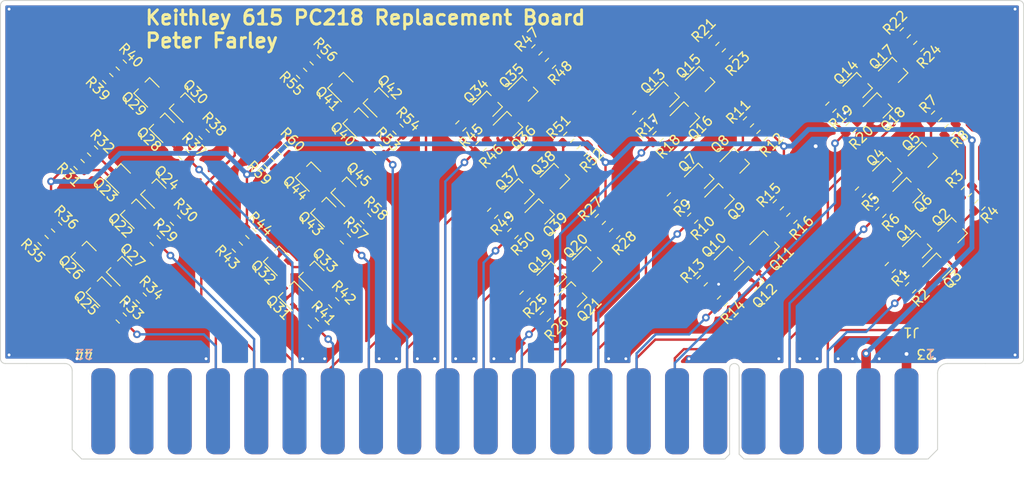
<source format=kicad_pcb>
(kicad_pcb (version 20211014) (generator pcbnew)
  (title_block (title "Keithley 615 PC218 Replacement Board") (rev "A") (company "Peter Farley"))
  (layers (0 "F.Cu" signal) (31 "B.Cu" signal) (34 "B.Paste" user) (35 "F.Paste" user) (36 "B.SilkS" user "B.Silkscreen") (37 "F.SilkS" user "F.Silkscreen") (38 "B.Mask" user) (39 "F.Mask" user) (44 "Edge.Cuts" user))
  (net 0 "")
  (net 1 "Net-(Q1-Pad1)")
  (net 2 "GND")
  (net 3 "Net-(Q1-Pad3)")
  (net 4 "Polarity Print")
  (net 5 "Net-(Q2-Pad3)")
  (net 6 "Net-(Q3-Pad1)")
  (net 7 "Net-(Q4-Pad1)")
  (net 8 "Net-(Q4-Pad3)")
  (net 9 "Overload Print")
  (net 10 "Net-(Q5-Pad3)")
  (net 11 "Net-(Q6-Pad1)")
  (net 12 "Polarity")
  (net 13 "+15V")
  (net 14 "Overload")
  (net 16 "-15V")
  (net 19 "1x10^3")
  (net 20 "2x10^2")
  (net 21 "1x10^2")
  (net 22 "4x10^2")
  (net 23 "8x10^2")
  (net 24 "2x10^0")
  (net 25 "1x10^0")
  (net 26 "4x10^0")
  (net 27 "8x10^0")
  (net 28 "8x10^1")
  (net 29 "4x10^1")
  (net 30 "1x10^1")
  (net 31 "2x10^1")
  (net 37 "1x10^3 Print")
  (net 38 "2x10^2 Print")
  (net 39 "1x10^2 Print")
  (net 40 "4x10^2 Print")
  (net 41 "8x10^2 Print")
  (net 42 "2x10^0 Print")
  (net 43 "1x10^0 Print")
  (net 44 "4x10^0 Print")
  (net 45 "8x10^0 Print")
  (net 46 "8x10^1 Print")
  (net 47 "4x10^1 Print")
  (net 48 "1x10^1 Print")
  (net 49 "2x10^1 Print")
  (net 53 "Net-(Q7-Pad1)")
  (net 54 "Net-(Q7-Pad3)")
  (net 55 "Net-(Q8-Pad3)")
  (net 56 "Net-(Q9-Pad1)")
  (net 57 "Net-(Q10-Pad1)")
  (net 58 "Net-(Q10-Pad3)")
  (net 59 "Net-(Q11-Pad3)")
  (net 60 "Net-(Q12-Pad1)")
  (net 61 "Net-(Q13-Pad1)")
  (net 62 "Net-(Q13-Pad3)")
  (net 63 "Net-(Q14-Pad1)")
  (net 64 "Net-(Q14-Pad3)")
  (net 65 "Net-(Q15-Pad3)")
  (net 66 "Net-(Q16-Pad1)")
  (net 67 "Net-(Q17-Pad3)")
  (net 68 "Net-(Q18-Pad1)")
  (net 69 "Net-(Q19-Pad1)")
  (net 70 "Net-(Q19-Pad3)")
  (net 71 "Net-(Q20-Pad3)")
  (net 72 "Net-(Q21-Pad1)")
  (net 73 "Net-(Q22-Pad1)")
  (net 74 "Net-(Q22-Pad3)")
  (net 75 "Net-(Q23-Pad3)")
  (net 76 "Net-(Q24-Pad1)")
  (net 77 "Net-(Q25-Pad1)")
  (net 78 "Net-(Q25-Pad3)")
  (net 79 "Net-(Q26-Pad3)")
  (net 80 "Net-(Q27-Pad1)")
  (net 81 "Net-(Q28-Pad1)")
  (net 82 "Net-(Q28-Pad3)")
  (net 83 "Net-(Q29-Pad3)")
  (net 84 "Net-(Q30-Pad1)")
  (net 85 "Net-(Q31-Pad1)")
  (net 86 "Net-(Q31-Pad3)")
  (net 87 "Net-(Q32-Pad3)")
  (net 88 "Net-(Q33-Pad1)")
  (net 89 "Net-(Q34-Pad1)")
  (net 90 "Net-(Q34-Pad3)")
  (net 91 "Net-(Q35-Pad3)")
  (net 92 "Net-(Q36-Pad1)")
  (net 93 "Net-(Q37-Pad1)")
  (net 94 "Net-(Q37-Pad3)")
  (net 95 "Net-(Q38-Pad3)")
  (net 96 "Net-(Q39-Pad1)")
  (net 97 "Net-(Q40-Pad1)")
  (net 98 "Net-(Q40-Pad3)")
  (net 99 "Net-(Q41-Pad3)")
  (net 100 "Net-(Q42-Pad1)")
  (net 101 "Net-(Q43-Pad1)")
  (net 102 "Net-(Q43-Pad3)")
  (net 103 "Net-(Q44-Pad3)")
  (net 104 "Net-(Q45-Pad1)")
  (footprint "Resistor_SMD:R_0603_1608Metric" (layer "F.Cu") (at 105.979545 73.071649 45)
    (fp_text reference "R26")
    (fp_text value "10K")
  )
  (footprint "Package_TO_SOT_SMD:SOT-323_SC-70" (layer "F.Cu") (at 145.657633 56.160943 45)
    (fp_text reference "Q5")
    (fp_text value "BC848W")
  )
  (footprint "Resistor_SMD:R_0603_1608Metric" (layer "F.Cu") (at 108.424278 54.313576 -135)
    (fp_text reference "R51")
    (fp_text value "180K")
  )
  (footprint "Resistor_SMD:R_0603_1608Metric" (layer "F.Cu") (at 111.727388 62.909594 -135)
    (fp_text reference "R27")
    (fp_text value "180K")
  )
  (footprint "Package_TO_SOT_SMD:SOT-323_SC-70" (layer "F.Cu") (at 57.699479 66.537955 135)
    (fp_text reference "Q26")
    (fp_text value "BC848W")
  )
  (footprint "Resistor_SMD:R_0603_1608Metric" (layer "F.Cu") (at 138.940118 60.050031 45)
    (fp_text reference "R5")
    (fp_text value "120K")
  )
  (footprint "Package_TO_SOT_SMD:SOT-323_SC-70" (layer "F.Cu") (at 110.575736 67.061244 45)
    (fp_text reference "Q20")
    (fp_text value "BC848W")
  )
  (footprint "Package_TO_SOT_SMD:SOT-323_SC-70" (layer "F.Cu") (at 61.287689 58.409009 135)
    (fp_text reference "Q23")
    (fp_text value "BC848W")
  )
  (footprint "Package_TO_SOT_SMD:SOT-323_SC-70" (layer "F.Cu") (at 125.984924 56.77188 45)
    (fp_text reference "Q8")
    (fp_text value "BC848W")
  )
  (footprint "Package_TO_SOT_SMD:SOT-323_SC-70" (layer "F.Cu") (at 68 51 135)
    (fp_text reference "Q30")
    (fp_text value "BC848W")
  )
  (footprint "Resistor_SMD:R_0603_1608Metric" (layer "F.Cu") (at 63.722449 71.146713 135)
    (fp_text reference "R34")
    (fp_text value "10K")
  )
  (footprint "Resistor_SMD:R_0603_1608Metric" (layer "F.Cu") (at 78.529974 55.581167 -45)
    (fp_text reference "R60")
    (fp_text value "3.9K")
  )
  (footprint "Resistor_SMD:R_0603_1608Metric" (layer "F.Cu") (at 128.636573 54.120231 -135)
    (fp_text reference "R12")
    (fp_text value "3.9K")
  )
  (footprint "Resistor_SMD:R_0603_1608Metric" (layer "F.Cu") (at 148.309282 53.509294 -135)
    (fp_text reference "R8")
    (fp_text value "3.9K")
  )
  (footprint "Resistor_SMD:R_0603_1608Metric" (layer "F.Cu") (at 121.388729 62.78229 45)
    (fp_text reference "R10")
    (fp_text value "10K")
  )
  (footprint "Resistor_SMD:R_0603_1608Metric" (layer "F.Cu") (at 144.181622 70.071653 45)
    (fp_text reference "R2")
    (fp_text value "10K")
  )
  (footprint "Package_TO_SOT_SMD:SOT-323_SC-70" (layer "F.Cu") (at 144.066641 59.873254 45)
    (fp_text reference "Q6")
    (fp_text value "BC848W")
  )
  (footprint "Resistor_SMD:R_0603_1608Metric" (layer "F.Cu") (at 61.631458 73.237703 135)
    (fp_text reference "R33")
    (fp_text value "120K")
  )
  (footprint "Package_TO_SOT_SMD:SOT-323_SC-70" (layer "F.Cu") (at 120.772614 51.945127 45)
    (fp_text reference "Q16")
    (fp_text value "BC848W")
  )
  (footprint "Resistor_SMD:R_0603_1608Metric" (layer "F.Cu") (at 97.146087 53.121904 45)
    (fp_text reference "R45")
    (fp_text value "120K")
  )
  (footprint "Resistor_SMD:R_0603_1608Metric" (layer "F.Cu") (at 113.227388 64.409596 -135)
    (fp_text reference "R28")
    (fp_text value "3.9K")
  )
  (footprint "Package_TO_SOT_SMD:SOT-323_SC-70" (layer "F.Cu") (at 141.945321 57.751936 45)
    (fp_text reference "Q4")
    (fp_text value "BC848W")
  )
  (footprint "Package_TO_SOT_SMD:SOT-323_SC-70" (layer "F.Cu") (at 88.272614 50.454065 135)
    (fp_text reference "Q42")
    (fp_text value "BC848W")
  )
  (footprint "Resistor_SMD:R_0603_1608Metric" (layer "F.Cu") (at 100.469326 62.268528 45)
    (fp_text reference "R49")
    (fp_text value "120K")
  )
  (footprint "Package_TO_SOT_SMD:SOT-323_SC-70" (layer "F.Cu") (at 81.181623 58.232817 135)
    (fp_text reference "Q44")
    (fp_text value "BC848W")
  )
  (footprint "Package_TO_SOT_SMD:SOT-323_SC-70" (layer "F.Cu") (at 81.525127 68.614654 135)
    (fp_text reference "Q33")
    (fp_text value "BC848W")
  )
  (footprint "Package_TO_SOT_SMD:SOT-323_SC-70" (layer "F.Cu") (at 82.772614 61.945127 135)
    (fp_text reference "Q43")
    (fp_text value "BC848W")
  )
  (footprint "Resistor_SMD:R_0603_1608Metric" (layer "F.Cu") (at 80.494438 47.625638 -45)
    (fp_text reference "R55")
    (fp_text value "180K")
  )
  (footprint "Package_TO_SOT_SMD:SOT-323_SC-70" (layer "F.Cu") (at 142.556744 47.274495 45)
    (fp_text reference "Q17")
    (fp_text value "BC848W")
  )
  (footprint "Resistor_SMD:R_0603_1608Metric" (layer "F.Cu") (at 145.031617 44.799622 -135)
    (fp_text reference "R24")
    (fp_text value "3.9K")
  )
  (footprint "Resistor_SMD:R_0603_1608Metric" (layer "F.Cu") (at 124.50987 71.46056 45)
    (fp_text reference "R14")
    (fp_text value "10K")
  )
  (footprint "Package_TO_SOT_SMD:SOT-323_SC-70" (layer "F.Cu") (at 102.272614 52.945127 45)
    (fp_text reference "Q36")
    (fp_text value "BC848W")
  )
  (footprint "Package_TO_SOT_SMD:SOT-323_SC-70" (layer "F.Cu") (at 103.863605 49.232815 45)
    (fp_text reference "Q35")
    (fp_text value "BC848W")
  )
  (footprint "Resistor_SMD:R_0603_1608Metric" (layer "F.Cu") (at 99.267408 55.243225 45)
    (fp_text reference "R46")
    (fp_text value "10K")
  )
  (footprint "Package_TO_SOT_SMD:SOT-323_SC-70" (layer "F.Cu") (at 108.984747 70.773553 45)
    (fp_text reference "Q21")
    (fp_text value "BC848W")
  )
  (footprint "Resistor_SMD:R_0603_1608Metric" (layer "F.Cu") (at 73.769743 65.809019 -45)
    (fp_text reference "R43")
    (fp_text value "180K")
  )
  (footprint "Resistor_SMD:R_0603_1608Metric" (layer "F.Cu") (at 106.515254 46.581166 -135)
    (fp_text reference "R48")
    (fp_text value "3.9K")
  )
  (footprint "Resistor_SMD:R_0603_1608Metric" (layer "F.Cu") (at 57.221825 57.171573 -45)
    (fp_text reference "R31")
    (fp_text value "180K")
  )
  (footprint "Resistor_SMD:R_0603_1608Metric" (layer "F.Cu") (at 141.061437 62.171351 45)
    (fp_text reference "R6")
    (fp_text value "10K")
  )
  (footprint "Package_TO_SOT_SMD:SOT-323_SC-70" (layer "F.Cu") (at 62.87868 62.121319 135)
    (fp_text reference "Q22")
    (fp_text value "BC848W")
  )
  (footprint "Resistor_SMD:R_0603_1608Metric" (layer "F.Cu") (at 65.176777 65.126525 135)
    (fp_text reference "R29")
    (fp_text value "120K")
  )
  (footprint "Resistor_SMD:R_0603_1608Metric" (layer "F.Cu") (at 58.63604 55.757359 -45)
    (fp_text reference "R32")
    (fp_text value "3.9K")
  )
  (footprint "Resistor_SMD:R_0603_1608Metric" (layer "F.Cu") (at 81.724695 73.763971 135)
    (fp_text reference "R41")
    (fp_text value "120K")
  )
  (footprint "Package_TO_SOT_SMD:SOT-323_SC-70" (layer "F.Cu") (at 147.186826 67.773555 45)
    (fp_text reference "Q3")
    (fp_text value "BC848W")
  )
  (footprint "Resistor_SMD:R_0603_1608Metric" (layer "F.Cu") (at 67.298098 63.005204 135)
    (fp_text reference "R30")
    (fp_text value "10K")
  )
  (footprint "Resistor_SMD:R_0603_1608Metric" (layer "F.Cu") (at 70.298098 54.005205 135)
    (fp_text reference "R38")
    (fp_text value "10K")
  )
  (footprint "Resistor_SMD:R_0603_1608Metric" (layer "F.Cu") (at 105.101039 45.166952 -135)
    (fp_text reference "R47")
    (fp_text value "180K")
  )
  (footprint "Resistor_SMD:R_0603_1608Metric" (layer "F.Cu") (at 109.838493 55.72779 -135)
    (fp_text reference "R52")
    (fp_text value "3.9K")
  )
  (footprint "Resistor_SMD:R_0603_1608Metric" (layer "F.Cu") (at 146.895068 52.095079 -135)
    (fp_text reference "R7")
    (fp_text value "180K")
  )
  (footprint "Resistor_SMD:R_0603_1608Metric" (layer "F.Cu") (at 142.060301 67.950332 45)
    (fp_text reference "R1")
    (fp_text value "120K")
  )
  (footprint "Package_TO_SOT_SMD:SOT-323_SC-70" (layer "F.Cu") (at 65.000001 60 135)
    (fp_text reference "Q24")
    (fp_text value "BC848W")
  )
  (footprint "Package_TO_SOT_SMD:SOT-323_SC-70" (layer "F.Cu") (at 86.151293 52.575386 135)
    (fp_text reference "Q40")
    (fp_text value "BC848W")
  )
  (footprint "Package_TO_SOT_SMD:SOT-323_SC-70" (layer "F.Cu") (at 124.393933 60.48419 45)
    (fp_text reference "Q9")
    (fp_text value "BC848W")
  )
  (footprint "Resistor_SMD:R_0603_1608Metric" (layer "F.Cu") (at 85.070711 64.950332 135)
    (fp_text reference "R57")
    (fp_text value "120K")
  )
  (footprint "Package_TO_SOT_SMD:SOT-323_SC-70" (layer "F.Cu") (at 84.893934 59.823807 135)
    (fp_text reference "Q45")
    (fp_text value "BC848W")
  )
  (footprint "Resistor_SMD:R_0603_1608Metric" (layer "F.Cu") (at 127.22236 52.706017 -135)
    (fp_text reference "R11")
    (fp_text value "180K")
  )
  (footprint "Package_TO_SOT_SMD:SOT-323_SC-70" (layer "F.Cu") (at 79.403807 70.735975 135)
    (fp_text reference "Q31")
    (fp_text value "BC848W")
  )
  (footprint "Package_TO_SOT_SMD:SOT-323_SC-70" (layer "F.Cu") (at 105.595853 62.091751 45)
    (fp_text reference "Q39")
    (fp_text value "BC848W")
  )
  (footprint "Resistor_SMD:R_0603_1608Metric" (layer "F.Cu") (at 103.858224 70.95033 45)
    (fp_text reference "R25")
    (fp_text value "120K")
  )
  (footprint "Package_TO_SOT_SMD:SOT-323_SC-70" (layer "F.Cu") (at 148.777816 64.061244 45)
    (fp_text reference "Q2")
    (fp_text value "BC848W")
  )
  (footprint "Resistor_SMD:R_0603_1608Metric" (layer "F.Cu") (at 81.908653 46.211423 -45)
    (fp_text reference "R56")
    (fp_text value "3.9K")
  )
  (footprint "Package_TO_SOT_SMD:SOT-323_SC-70" (layer "F.Cu") (at 107.186844 58.379439 45)
    (fp_text reference "Q38")
    (fp_text value "BC848W")
  )
  (footprint "Package_TO_SOT_SMD:SOT-323_SC-70" (layer "F.Cu") (at 103.474534 59.97043 45)
    (fp_text reference "Q37")
    (fp_text value "BC848W")
  )
  (footprint "Package_TO_SOT_SMD:SOT-323_SC-70" (layer "F.Cu") (at 100.151295 50.823806 45)
    (fp_text reference "Q34")
    (fp_text value "BC848W")
  )
  (footprint "Resistor_SMD:R_0603_1608Metric" (layer "F.Cu") (at 123.601041 44.166951 -135)
    (fp_text reference "R21")
    (fp_text value "180K")
  )
  (footprint "Resistor_SMD:R_0603_1608Metric" (layer "F.Cu") (at 131.757717 62.798502 -135)
    (fp_text reference "R16")
    (fp_text value "3.9K")
  )
  (footprint "Resistor_SMD:R_0603_1608Metric" (layer "F.Cu") (at 54.871051 63.709528 -45)
    (fp_text reference "R36")
    (fp_text value "3.9K")
  )
  (footprint "keithley_615_part_library:PC218_Edge_Connector" (layer "F.Cu") (at 147 78 180)
    (fp_text reference "J1")
    (fp_text value "PC218_BoardEdge_44pin")
    (fp_line (start 20.25 -10) (end 20.75 -9.5) (layer "Edge.Cuts") (width 0.1))
    (fp_line (start 0 -1) (end 0 -9) (layer "Edge.Cuts") (width 0.1))
    (fp_line (start 20.75 -9.5) (end 20.75 -0.5) (layer "Edge.Cuts") (width 0.1))
    (fp_line (start -5 0) (end -1 0) (layer "Edge.Cuts") (width 0.1))
    (fp_line (start 90.5 -9) (end 90.5 -0.75) (layer "Edge.Cuts") (width 0.1))
    (fp_line (start 1 -10) (end 20.25 -10) (layer "Edge.Cuts") (width 0.1))
    (fp_line (start 91.25 0) (end 95.25 0) (layer "Edge.Cuts") (width 0.1))
    (fp_line (start 0 -9) (end 1 -10) (layer "Edge.Cuts") (width 0.1))
    (fp_line (start 21.75 -9.5) (end 22.25 -10) (layer "Edge.Cuts") (width 0.1))
    (fp_line (start 22.25 -10) (end 89.5 -10) (layer "Edge.Cuts") (width 0.1))
    (fp_line (start 21.75 -0.5) (end 21.75 -9.5) (layer "Edge.Cuts") (width 0.1))
    (fp_line (start 89.5 -10) (end 90.5 -9) (layer "Edge.Cuts") (width 0.1))
    (fp_arc (start 0 -1) (mid -0.292893 -0.292893) (end -1 0) (layer "Edge.Cuts") (width 0.1))
    (fp_arc (start 91.25 0) (mid 90.71967 -0.21967) (end 90.5 -0.75) (layer "Edge.Cuts") (width 0.1))
    (fp_arc (start 21.75 -0.5) (mid 21.25 0) (end 20.75 -0.5) (layer "Edge.Cuts") (width 0.1))
  )
  (footprint "Package_TO_SOT_SMD:SOT-323_SC-70" (layer "F.Cu") (at 127.515075 69.162463 45)
    (fp_text reference "Q12")
    (fp_text value "BC848W")
  )
  (footprint "Resistor_SMD:R_0603_1608Metric" (layer "F.Cu") (at 135.839229 51.163583 45)
    (fp_text reference "R19")
    (fp_text value "120K")
  )
  (footprint "Resistor_SMD:R_0603_1608Metric" (layer "F.Cu") (at 53.456839 65.123742 -45)
    (fp_text reference "R35")
    (fp_text value "180K")
  )
  (footprint "Resistor_SMD:R_0603_1608Metric" (layer "F.Cu") (at 90.57071 53.459269 135)
    (fp_text reference "R54")
    (fp_text value "10K")
  )
  (footprint "Package_TO_SOT_SMD:SOT-323_SC-70" (layer "F.Cu") (at 59.290469 70.250267 135)
    (fp_text reference "Q25")
    (fp_text value "BC848W")
  )
  (footprint "Package_TO_SOT_SMD:SOT-323_SC-70" (layer "F.Cu") (at 140.965753 50.986805 45)
    (fp_text reference "Q18")
    (fp_text value "BC848W")
  )
  (footprint "Package_TO_SOT_SMD:SOT-323_SC-70" (layer "F.Cu") (at 65.87868 53.121319 135)
    (fp_text reference "Q28")
    (fp_text value "BC848W")
  )
  (footprint "Resistor_SMD:R_0603_1608Metric" (layer "F.Cu") (at 150.015251 59.995381 -135)
    (fp_text reference "R3")
    (fp_text value "180K")
  )
  (footprint "Resistor_SMD:R_0603_1608Metric" (layer "F.Cu") (at 75.183958 64.394805 -45)
    (fp_text reference "R44")
    (fp_text value "3.9K")
  )
  (footprint "Package_TO_SOT_SMD:SOT-323_SC-70" (layer "F.Cu") (at 61.41179 68.128947 135)
    (fp_text reference "Q27")
    (fp_text value "BC848W")
  )
  (footprint "Resistor_SMD:R_0603_1608Metric" (layer "F.Cu") (at 83.846016 71.64265 135)
    (fp_text reference "R42")
    (fp_text value "10K")
  )
  (footprint "Package_TO_SOT_SMD:SOT-323_SC-70" (layer "F.Cu") (at 145.065507 65.652234 45)
    (fp_text reference "Q1")
    (fp_text value "BC848W")
  )
  (footprint "Resistor_SMD:R_0603_1608Metric" (layer "F.Cu") (at 119.267408 60.660969 45)
    (fp_text reference "R9")
    (fp_text value "120K")
  )
  (footprint "Resistor_SMD:R_0603_1608Metric" (layer "F.Cu") (at 60.221825 48.171574 -45)
    (fp_text reference "R39")
    (fp_text value "180K")
  )
  (footprint "Resistor_SMD:R_0603_1608Metric" (layer "F.Cu") (at 77.115759 56.99538 -45)
    (fp_text reference "R59")
    (fp_text value "180K")
  )
  (footprint "Resistor_SMD:R_0603_1608Metric" (layer "F.Cu") (at 130.3435 61.384289 -135)
    (fp_text reference "R15")
    (fp_text value "180K")
  )
  (footprint "Package_TO_SOT_SMD:SOT-323_SC-70" (layer "F.Cu") (at 77.835607 67.046455 135)
    (fp_text reference "Q32")
    (fp_text value "BC848W")
  )
  (footprint "Package_TO_SOT_SMD:SOT-323_SC-70" (layer "F.Cu") (at 64.287689 49.409009 135)
    (fp_text reference "Q29")
    (fp_text value "BC848W")
  )
  (footprint "Resistor_SMD:R_0603_1608Metric" (layer "F.Cu") (at 143.617401 43.385407 -135)
    (fp_text reference "R22")
    (fp_text value "180K")
  )
  (footprint "Resistor_SMD:R_0603_1608Metric" (layer "F.Cu") (at 117.76741 54.243223 45)
    (fp_text reference "R18")
    (fp_text value "10K")
  )
  (footprint "Package_TO_SOT_SMD:SOT-323_SC-70" (layer "F.Cu") (at 122.363605 48.232817 45)
    (fp_text reference "Q15")
    (fp_text value "BC848W")
  )
  (footprint "Resistor_SMD:R_0603_1608Metric" (layer "F.Cu") (at 125.015256 45.581166 -135)
    (fp_text reference "R23")
    (fp_text value "3.9K")
  )
  (footprint "Resistor_SMD:R_0603_1608Metric" (layer "F.Cu") (at 88.449389 55.58059 135)
    (fp_text reference "R53")
    (fp_text value "120K")
  )
  (footprint "Package_TO_SOT_SMD:SOT-323_SC-70" (layer "F.Cu") (at 106.863427 68.652233 45)
    (fp_text reference "Q19")
    (fp_text value "BC848W")
  )
  (footprint "Package_TO_SOT_SMD:SOT-323_SC-70" (layer "F.Cu") (at 118.651293 49.823806 45)
    (fp_text reference "Q13")
    (fp_text value "BC848W")
  )
  (footprint "Resistor_SMD:R_0603_1608Metric" (layer "F.Cu") (at 61.636039 46.757359 -45)
    (fp_text reference "R40")
    (fp_text value "3.9K")
  )
  (footprint "Package_TO_SOT_SMD:SOT-323_SC-70" (layer "F.Cu") (at 138.844432 48.865484 45)
    (fp_text reference "Q14")
    (fp_text value "BC848W")
  )
  (footprint "Resistor_SMD:R_0603_1608Metric" (layer "F.Cu") (at 102.590647 64.389849 45)
    (fp_text reference "R50")
    (fp_text value "10K")
  )
  (footprint "Package_TO_SOT_SMD:SOT-323_SC-70" (layer "F.Cu") (at 122.272614 58.362871 45)
    (fp_text reference "Q7")
    (fp_text value "BC848W")
  )
  (footprint "Resistor_SMD:R_0603_1608Metric" (layer "F.Cu") (at 137.960548 53.284902 45)
    (fp_text reference "R20")
    (fp_text value "10K")
  )
  (footprint "Resistor_SMD:R_0603_1608Metric" (layer "F.Cu") (at 68.176777 56.126526 135)
    (fp_text reference "R37")
    (fp_text value "120K")
  )
  (footprint "Resistor_SMD:R_0603_1608Metric" (layer "F.Cu") (at 115.646089 52.121902 45)
    (fp_text reference "R17")
    (fp_text value "120K")
  )
  (footprint "Package_TO_SOT_SMD:SOT-323_SC-70" (layer "F.Cu") (at 84.560304 48.863074 135)
    (fp_text reference "Q41")
    (fp_text value "BC848W")
  )
  (footprint "Package_TO_SOT_SMD:SOT-323_SC-70" (layer "F.Cu") (at 129.106066 65.450153 45)
    (fp_text reference "Q11")
    (fp_text value "BC848W")
  )
  (footprint "Resistor_SMD:R_0603_1608Metric" (layer "F.Cu") (at 87.192032 62.829011 135)
    (fp_text reference "R58")
    (fp_text value "10K")
  )
  (footprint "Resistor_SMD:R_0603_1608Metric" (layer "F.Cu") (at 122.388551 69.339241 45)
    (fp_text reference "R13")
    (fp_text value "120K")
  )
  (footprint "Package_TO_SOT_SMD:SOT-323_SC-70" (layer "F.Cu") (at 125.393756 67.041144 45)
    (fp_text reference "Q10")
    (fp_text value "BC848W")
  )
  (footprint "Resistor_SMD:R_0603_1608Metric" (layer "F.Cu") (at 151.429465 61.409593 -135)
    (fp_text reference "R4")
    (fp_text value "3.9K")
  )
  (gr_line (start 49 77.5) (end 49 40.5) (layer "Edge.Cuts") (width 0.1))
  (gr_line (start 152 78) (end 155.5 78) (layer "Edge.Cuts") (width 0.1))
  (gr_line (start 49.5 40) (end 155.5 40) (layer "Edge.Cuts") (width 0.1))
  (gr_line (start 51.75 78) (end 49.5 78) (layer "Edge.Cuts") (width 0.1))
  (gr_arc (start 49 40.5) (mid 49.146447 40.146447) (end 49.5 40) (layer "Edge.Cuts") (width 0.1))
  (gr_arc (start 49.5 78) (mid 49.146447 77.853553) (end 49 77.5) (layer "Edge.Cuts") (width 0.1))
  (gr_line (start 156 40.5) (end 156 77.5) (layer "Edge.Cuts") (width 0.1))
  (gr_arc (start 155.5 40) (mid 155.853553 40.146447) (end 156 40.5) (layer "Edge.Cuts") (width 0.1))
  (gr_arc (start 156 77.5) (mid 155.853553 77.853553) (end 155.5 78) (layer "Edge.Cuts") (width 0.1))
  (gr_text "Keithley 615 PC218 Replacement Board\nPeter Farley" (at 64 43) (layer "F.SilkS") (effects (font (size 1.5 1.5) (thickness 0.3)) (justify left)))
  (segment (start 143.898779 65.899722) (end 142.643663 67.154838) (width 0.25) (layer "F.Cu") (net 1))
  (segment (start 142.643663 67.154838) (end 142.643664 67.366967) (width 0.25) (layer "F.Cu") (net 1))
  (segment (start 143.75 83) (end 143.75 77) (width 1) (layer "F.Cu") (net 2))
  (via (at 98.5 77.5) (size 0.6) (drill 0.3) (layers "F.Cu" "B.Cu") (net 2))
  (via (at 57 77.5) (size 0.6) (drill 0.3) (layers "F.Cu" "B.Cu") (net 2))
  (via (at 92.6 77.5) (size 0.6) (drill 0.3) (layers "F.Cu" "B.Cu") (net 2))
  (via (at 114.4 77.5) (size 0.6) (drill 0.3) (layers "F.Cu" "B.Cu") (net 2))
  (via (at 96.6 77.5) (size 0.6) (drill 0.3) (layers "F.Cu" "B.Cu") (net 2))
  (via (at 49.9 40.9) (size 0.6) (drill 0.3) (layers "F.Cu" "B.Cu") (net 2))
  (via (at 105.5 71.4) (size 0.6) (drill 0.3) (layers "F.Cu" "B.Cu") (net 2))
  (via (at 112.6 77.5) (size 0.6) (drill 0.3) (layers "F.Cu" "B.Cu") (net 2))
  (via (at 132.6 77.5) (size 0.6) (drill 0.3) (layers "F.Cu" "B.Cu") (net 2))
  (via (at 140.4 60.7) (size 0.6) (drill 0.3) (layers "F.Cu" "B.Cu") (net 2))
  (via (at 49.9 77.1) (size 0.6) (drill 0.3) (layers "F.Cu" "B.Cu") (net 2))
  (via (at 102.4 77.5) (size 0.6) (drill 0.3) (layers "F.Cu" "B.Cu") (net 2))
  (via (at 80.6 77.5) (size 0.6) (drill 0.3) (layers "F.Cu" "B.Cu") (net 2))
  (via (at 85.5 63.3) (size 0.6) (drill 0.3) (layers "F.Cu" "B.Cu") (net 2))
  (via (at 134.25 55.25) (size 0.8) (drill 0.4) (layers "F.Cu" "B.Cu") (net 2))
  (via (at 100.6 77.5) (size 0.6) (drill 0.3) (layers "F.Cu" "B.Cu") (net 2))
  (via (at 134.4 77.5) (size 0.6) (drill 0.3) (layers "F.Cu" "B.Cu") (net 2))
  (via (at 138.1 77.5) (size 0.6) (drill 0.3) (layers "F.Cu" "B.Cu") (net 2))
  (via (at 89 54) (size 0.6) (drill 0.3) (layers "F.Cu" "B.Cu") (net 2))
  (via (at 98.7 53.7) (size 0.6) (drill 0.3) (layers "F.Cu" "B.Cu") (net 2))
  (via (at 136.6 77.5) (size 0.6) (drill 0.3) (layers "F.Cu" "B.Cu") (net 2))
  (via (at 140.9 77.5) (size 0.6) (drill 0.3) (layers "F.Cu" "B.Cu") (net 2))
  (via (at 94.4 77.5) (size 0.6) (drill 0.3) (layers "F.Cu" "B.Cu") (net 2))
  (via (at 130.4 77.5) (size 0.6) (drill 0.3) (layers "F.Cu" "B.Cu") (net 2))
  (via (at 124.1 69.7) (size 0.6) (drill 0.3) (layers "F.Cu" "B.Cu") (net 2))
  (via (at 146.7 77.5) (size 0.6) (drill 0.3) (layers "F.Cu" "B.Cu") (net 2))
  (via (at 143.75 77) (size 0.8) (drill 0.4) (layers "F.Cu" "B.Cu") (net 2))
  (via (at 143.6 68.5) (size 0.6) (drill 0.3) (layers "F.Cu" "B.Cu") (net 2))
  (via (at 90.4 77.5) (size 0.6) (drill 0.3) (layers "F.Cu" "B.Cu") (net 2))
  (via (at 102.1 62.7) (size 0.6) (drill 0.3) (layers "F.Cu" "B.Cu") (net 2))
  (via (at 82.2 72.2) (size 0.6) (drill 0.3) (layers "F.Cu" "B.Cu") (net 2))
  (via (at 120.9 61.1) (size 0.6) (drill 0.3) (layers "F.Cu" "B.Cu") (net 2))
  (via (at 70.5 77.5) (size 0.6) (drill 0.3) (layers "F.Cu" "B.Cu") (net 2))
  (via (at 121 77.5) (size 0.6) (drill 0.3) (layers "F.Cu" "B.Cu") (net 2))
  (via (at 88.6 77.5) (size 0.6) (drill 0.3) (layers "F.Cu" "B.Cu") (net 2))
  (via (at 137.3 51.8) (size 0.6) (drill 0.3) (layers "F.Cu" "B.Cu") (net 2))
  (via (at 82.9 77.5) (size 0.6) (drill 0.3) (layers "F.Cu" "B.Cu") (net 2))
  (via (at 65.6 63.5) (size 0.6) (drill 0.3) (layers "F.Cu" "B.Cu") (net 2))
  (via (at 155.1 40.9) (size 0.6) (drill 0.3) (layers "F.Cu" "B.Cu") (net 2))
  (via (at 155.1 77.1) (size 0.6) (drill 0.3) (layers "F.Cu" "B.Cu") (net 2))
  (via (at 62.2 71.7) (size 0.6) (drill 0.3) (layers "F.Cu" "B.Cu") (net 2))
  (via (at 68.6 54.5) (size 0.6) (drill 0.3) (layers "F.Cu" "B.Cu") (net 2))
  (via (at 117.3 52.6) (size 0.6) (drill 0.3) (layers "F.Cu" "B.Cu") (net 2))
  (segment (start 149.431888 60.578744) (end 149.431888 62.487931) (width 0.25) (layer "F.Cu") (net 3))
  (segment (start 146.974692 64.945127) (end 145.772613 64.945128) (width 0.25) (layer "F.Cu") (net 3))
  (segment (start 149.431888 62.487931) (end 147.611089 64.308731) (width 0.25) (layer "F.Cu") (net 3))
  (segment (start 147.611089 64.308731) (end 146.974692 64.945127) (width 0.25) (layer "F.Cu") (net 3))
  (segment (start 135.522614 75.695127) (end 135.522614 82.945127) (width 0.25) (layer "F.Cu") (net 4))
  (segment (start 144.5 74.5) (end 136.717741 74.5) (width 0.25) (layer "F.Cu") (net 4))
  (segment (start 136.717741 74.5) (end 135.522614 75.695127) (width 0.25) (layer "F.Cu") (net 4))
  (segment (start 148.530328 65.227969) (end 147.893932 65.864367) (width 0.25) (layer "F.Cu") (net 4))
  (segment (start 149 68.172515) (end 149 70) (width 0.25) (layer "F.Cu") (net 4))
  (segment (start 149 70) (end 144.5 74.5) (width 0.25) (layer "F.Cu") (net 4))
  (segment (start 147.893932 65.864367) (end 147.893932 67.066447) (width 0.25) (layer "F.Cu") (net 4))
  (segment (start 147.893933 67.066448) (end 149 68.172515) (width 0.25) (layer "F.Cu") (net 4))
  (segment (start 150.846102 61.992958) (end 149.484923 63.354137) (width 0.25) (layer "F.Cu") (net 5))
  (segment (start 144.764984 69.276156) (end 144.764984 69.488288) (width 0.25) (layer "F.Cu") (net 6))
  (segment (start 146.020099 68.021041) (end 144.764984 69.276156) (width 0.25) (layer "F.Cu") (net 6))
  (segment (start 140.778595 57.999421) (end 139.52348 59.254537) (width 0.25) (layer "F.Cu") (net 7))
  (segment (start 139.52348 59.254537) (end 139.523481 59.466668) (width 0.25) (layer "F.Cu") (net 7))
  (segment (start 146.311705 54.587631) (end 144.490905 56.40843) (width 0.25) (layer "F.Cu") (net 8))
  (segment (start 144.490905 56.40843) (end 143.854508 57.044828) (width 0.25) (layer "F.Cu") (net 8))
  (segment (start 143.854508 57.044828) (end 142.652428 57.044829) (width 0.25) (layer "F.Cu") (net 8))
  (segment (start 146.311705 52.678444) (end 146.311705 54.587631) (width 0.25) (layer "F.Cu") (net 8))
  (segment (start 145.5 59.892399) (end 145.5 61.467741) (width 0.25) (layer "F.Cu") (net 9))
  (segment (start 144.773748 59.166147) (end 145.5 59.892399) (width 0.25) (layer "F.Cu") (net 9))
  (segment (start 131.522614 75.445127) (end 131.522614 82.945127) (width 0.25) (layer "F.Cu") (net 9))
  (segment (start 145.5 61.467741) (end 131.522614 75.445127) (width 0.25) (layer "F.Cu") (net 9))
  (segment (start 145.410145 57.32767) (end 144.773749 57.964066) (width 0.25) (layer "F.Cu") (net 9))
  (segment (start 144.773749 57.964066) (end 144.773748 59.166147) (width 0.25) (layer "F.Cu") (net 9))
  (segment (start 147.725919 54.092657) (end 146.364739 55.453837) (width 0.25) (layer "F.Cu") (net 10))
  (segment (start 141.644802 61.375857) (end 141.644802 61.587989) (width 0.25) (layer "F.Cu") (net 11))
  (segment (start 142.899915 60.120741) (end 141.644802 61.375857) (width 0.25) (layer "F.Cu") (net 11))
  (segment (start 143.598259 70.655015) (end 141.476938 68.533694) (width 0.25) (layer "F.Cu") (net 12))
  (segment (start 143.562725 70.655016) (end 142.522614 71.695127) (width 0.25) (layer "F.Cu") (net 12))
  (segment (start 143.598259 70.655016) (end 143.562725 70.655016) (width 0.25) (layer "F.Cu") (net 12))
  (via (at 142.522614 71.695127) (size 0.8) (drill 0.4) (layers "F.Cu" "B.Cu") (net 12))
  (segment (start 137.522614 74.695127) (end 135.522614 76.695127) (width 0.25) (layer "B.Cu") (net 12))
  (segment (start 142.522614 71.695127) (end 139.522614 74.695127) (width 0.25) (layer "B.Cu") (net 12))
  (segment (start 135.522614 76.695127) (end 135.522614 82.945127) (width 0.25) (layer "B.Cu") (net 12))
  (segment (start 139.522614 74.695127) (end 137.522614 74.695127) (width 0.25) (layer "B.Cu") (net 12))
  (segment (start 112.272614 56.945127) (end 112.272614 62.288094) (width 0.25) (layer "F.Cu") (net 13))
  (segment (start 58.052677 49.173996) (end 59.638462 47.588211) (width 0.25) (layer "F.Cu") (net 13))
  (segment (start 54.287688 58.938984) (end 56.638462 56.58821) (width 0.25) (layer "F.Cu") (net 13))
  (segment (start 150.592227 54.625514) (end 150.598614 54.6319) (width 0.25) (layer "F.Cu") (net 13))
  (segment (start 110.471914 55.144427) (end 112.272614 56.945127) (width 0.25) (layer "F.Cu") (net 13))
  (segment (start 77.946611 54.997804) (end 76.532396 56.412017) (width 0.25) (layer "F.Cu") (net 13))
  (segment (start 110.421856 55.144427) (end 109.007643 53.730213) (width 0.25) (layer "F.Cu") (net 13))
  (segment (start 130.926869 60.800927) (end 130.926863 60.800926) (width 0.25) (layer "F.Cu") (net 13))
  (segment (start 107.098617 45.997803) (end 105.684404 44.583589) (width 0.25) (layer "F.Cu") (net 13))
  (segment (start 74.600595 63.811442) (end 73.18638 65.225656) (width 0.25) (layer "F.Cu") (net 13))
  (segment (start 54.287688 63.126165) (end 54.287688 58.938984) (width 0.25) (layer "F.Cu") (net 13))
  (segment (start 147.522614 51.467533) (end 147.478431 51.511716) (width 0.25) (layer "F.Cu") (net 13))
  (segment (start 81.32529 45.62806) (end 79.911075 47.042274) (width 0.25) (layer "F.Cu") (net 13))
  (segment (start 144.200764 42.802044) (end 145.614979 44.216261) (width 0.25) (layer "F.Cu") (net 13))
  (segment (start 132.34108 62.215137) (end 130.926869 60.800927) (width 0.25) (layer "F.Cu") (net 13))
  (segment (start 129.219936 53.536868) (end 130.926863 55.243795) (width 0.25) (layer "F.Cu") (net 13))
  (segment (start 110.421856 55.144427) (end 110.471914 55.144427) (width 0.25) (layer "F.Cu") (net 13))
  (segment (start 112.272614 62.288094) (end 112.310751 62.326231) (width 0.25) (layer "F.Cu") (net 13))
  (segment (start 77.946611 54.997804) (end 77.946611 49.006739) (width 0.25) (layer "F.Cu") (net 13))
  (segment (start 74.600595 63.811442) (end 74.772614 63.639423) (width 0.25) (layer "F.Cu") (net 13))
  (segment (start 76.532396 56.435345) (end 76.532396 56.412017) (width 0.25) (layer "F.Cu") (net 13))
  (segment (start 54.287688 63.126165) (end 52.873475 64.540379) (width 0.25) (layer "F.Cu") (net 13))
  (segment (start 139.522614 82.945127) (end 139.522614 76.945127) (width 1) (layer "F.Cu") (net 13))
  (segment (start 127.772614 47.171798) (end 127.772614 52.089545) (width 0.25) (layer "F.Cu") (net 13))
  (segment (start 148.892645 52.925931) (end 147.478433 51.511716) (width 0.25) (layer "F.Cu") (net 13))
  (segment (start 74.772614 58.195127) (end 76.532396 56.435345) (width 0.25) (layer "F.Cu") (net 13))
  (segment (start 125.598619 44.997803) (end 127.772614 47.171798) (width 0.25) (layer "F.Cu") (net 13))
  (segment (start 58.052677 55.173996) (end 56.638462 56.58821) (width 0.25) (layer "F.Cu") (net 13))
  (segment (start 152.012829 60.826231) (end 150.598614 59.412018) (width 0.25) (layer "F.Cu") (net 13))
  (segment (start 113.81075 63.826231) (end 112.310751 62.326231) (width 0.25) (layer "F.Cu") (net 13))
  (segment (start 145.61498 44.216259) (end 147.522614 46.123893) (width 0.25) (layer "F.Cu") (net 13))
  (segment (start 125.598619 44.997803) (end 124.184406 43.583588) (width 0.25) (layer "F.Cu") (net 13))
  (segment (start 61.052676 46.173996) (end 59.638462 47.58821) (width 0.25) (layer "F.Cu") (net 13))
  (segment (start 77.946611 49.006739) (end 79.911075 47.042275) (width 0.25) (layer "F.Cu") (net 13))
  (segment (start 109.007641 47.906827) (end 109.007641 53.730213) (width 0.25) (layer "F.Cu") (net 13))
  (segment (start 150.598614 54.6319) (end 150.598614 59.412018) (width 0.25) (layer "F.Cu") (net 13))
  (segment (start 129.219936 53.536868) (end 127.805724 52.122653) (width 0.25) (layer "F.Cu") (net 13))
  (segment (start 130.926863 55.243795) (end 130.926863 60.800926) (width 0.25) (layer "F.Cu") (net 13))
  (segment (start 107.098617 45.997803) (end 109.007641 47.906827) (width 0.25) (layer "F.Cu") (net 13))
  (segment (start 58.052677 55.173996) (end 58.052677 49.173996) (width 0.25) (layer "F.Cu") (net 13))
  (segment (start 147.522614 46.123893) (end 147.522614 51.467533) (width 0.25) (layer "F.Cu") (net 13))
  (segment (start 74.772614 63.639423) (end 74.772614 58.195127) (width 0.25) (layer "F.Cu") (net 13))
  (segment (start 127.772614 52.089545) (end 127.805723 52.122654) (width 0.25) (layer "F.Cu") (net 13))
  (segment (start 148.892645 52.925931) (end 150.592227 54.625514) (width 0.25) (layer "F.Cu") (net 13))
  (via (at 150.592227 54.625514) (size 0.8) (drill 0.4) (layers "F.Cu" "B.Cu") (net 13))
  (via (at 54.287688 58.938984) (size 0.8) (drill 0.4) (layers "F.Cu" "B.Cu") (net 13))
  (via (at 74.772614 58.195127) (size 0.8) (drill 0.4) (layers "F.Cu" "B.Cu") (net 13))
  (via (at 130.926863 55.243795) (size 0.8) (drill 0.4) (layers "F.Cu" "B.Cu") (net 13))
  (via (at 112.272614 56.945127) (size 0.8) (drill 0.4) (layers "F.Cu" "B.Cu") (net 13))
  (via (at 139.522614 76.945127) (size 0.8) (drill 0.4) (layers "F.Cu" "B.Cu") (net 13))
  (segment (start 61.5 56) (end 72.577487 56) (width 0.5) (layer "B.Cu") (net 13))
  (segment (start 110.327487 55) (end 112.272614 56.945127) (width 0.5) (layer "B.Cu") (net 13))
  (segment (start 112.272614 56.945127) (end 113.054873 56.945127) (width 0.5) (layer "B.Cu") (net 13))
  (segment (start 149.466713 53.5) (end 150.592227 54.625514) (width 0.5) (layer "B.Cu") (net 13))
  (segment (start 58.561016 58.938984) (end 61.5 56) (width 0.5) (layer "B.Cu") (net 13))
  (segment (start 130.926863 55.243795) (end 131.756205 55.243795) (width 0.5) (layer "B.Cu") (net 13))
  (segment (start 150.592227 65.875514) (end 139.522614 76.945127) (width 0.5) (layer "B.Cu") (net 13))
  (segment (start 54.287688 58.938984) (end 58.561016 58.938984) (width 0.5) (layer "B.Cu") (net 13))
  (segment (start 79 55) (end 110.327487 55) (width 0.5) (layer "B.Cu") (net 13))
  (segment (start 150.592227 54.625514) (end 150.592227 65.875514) (width 0.5) (layer "B.Cu") (net 13))
  (segment (start 75.804873 58.195127) (end 79 55) (width 0.5) (layer "B.Cu") (net 13))
  (segment (start 115 55) (end 130.683068 55) (width 0.5) (layer "B.Cu") (net 13))
  (segment (start 74.772614 58.195127) (end 75.804873 58.195127) (width 0.5) (layer "B.Cu") (net 13))
  (segment (start 131.756205 55.243795) (end 133.5 53.5) (width 0.5) (layer "B.Cu") (net 13))
  (segment (start 72.577487 56) (end 74.772614 58.195127) (width 0.5) (layer "B.Cu") (net 13))
  (segment (start 113.054873 56.945127) (end 115 55) (width 0.5) (layer "B.Cu") (net 13))
  (segment (start 133.5 53.5) (end 149.466713 53.5) (width 0.5) (layer "B.Cu") (net 13))
  (segment (start 130.683068 55) (end 130.926863 55.243795) (width 0.5) (layer "B.Cu") (net 13))
  (segment (start 140.478074 62.754714) (end 138.356754 60.633395) (width 0.25) (layer "F.Cu") (net 14))
  (segment (start 140.463027 62.754714) (end 139.272614 63.945127) (width 0.25) (layer "F.Cu") (net 14))
  (segment (start 140.478074 62.754714) (end 140.463027 62.754714) (width 0.25) (layer "F.Cu") (net 14))
  (via (at 139.272614 63.945127) (size 0.8) (drill 0.4) (layers "F.Cu" "B.Cu") (net 14))
  (segment (start 131.522614 71.695127) (end 131.522614 82.945127) (width 0.25) (layer "B.Cu") (net 14))
  (segment (start 139.272614 63.945127) (end 131.522614 71.695127) (width 0.25) (layer "B.Cu") (net 14))
  (segment (start 137.377185 53.868265) (end 137.349476 53.868265) (width 0.25) (layer "F.Cu") (net 19))
  (segment (start 135.255865 51.746947) (end 137.377184 53.868266) (width 0.25) (layer "F.Cu") (net 19))
  (segment (start 137.349476 53.868265) (end 136.272614 54.945127) (width 0.25) (layer "F.Cu") (net 19))
  (via (at 136.272614 54.945127) (size 0.8) (drill 0.4) (layers "F.Cu" "B.Cu") (net 19))
  (segment (start 119.522614 77.945127) (end 119.522614 82.945127) (width 0.25) (layer "B.Cu") (net 19))
  (segment (start 136.272614 61.195127) (end 119.522614 77.945127) (width 0.25) (layer "B.Cu") (net 19))
  (segment (start 136.272614 54.945127) (end 136.272614 61.195127) (width 0.25) (layer "B.Cu") (net 19))
  (segment (start 123.923818 72.043923) (end 122.772614 73.195127) (width 0.25) (layer "F.Cu") (net 20))
  (segment (start 123.926507 72.043923) (end 123.923818 72.043923) (width 0.25) (layer "F.Cu") (net 20))
  (segment (start 123.926507 72.043922) (end 121.805188 69.922603) (width 0.25) (layer "F.Cu") (net 20))
  (via (at 122.772614 73.195127) (size 0.8) (drill 0.4) (layers "F.Cu" "B.Cu") (net 20))
  (segment (start 115.522614 76.945127) (end 115.522614 82.945127) (width 0.25) (layer "B.Cu") (net 20))
  (segment (start 121.022614 74.945127) (end 117.522614 74.945127) (width 0.25) (layer "B.Cu") (net 20))
  (segment (start 117.522614 74.945127) (end 115.522614 76.945127) (width 0.25) (layer "B.Cu") (net 20))
  (segment (start 122.772614 73.195127) (end 121.022614 74.945127) (width 0.25) (layer "B.Cu") (net 20))
  (segment (start 120.805366 63.365653) (end 120.805366 63.412375) (width 0.25) (layer "F.Cu") (net 21))
  (segment (start 120.805366 63.412375) (end 119.772614 64.445127) (width 0.25) (layer "F.Cu") (net 21))
  (segment (start 118.684045 61.244332) (end 120.805366 63.365653) (width 0.25) (layer "F.Cu") (net 21))
  (via (at 119.772614 64.445127) (size 0.8) (drill 0.4) (layers "F.Cu" "B.Cu") (net 21))
  (segment (start 119.772614 64.445127) (end 111.522614 72.695127) (width 0.25) (layer "B.Cu") (net 21))
  (segment (start 111.522614 72.695127) (end 111.522614 82.945127) (width 0.25) (layer "B.Cu") (net 21))
  (segment (start 117.184047 54.826586) (end 115.062726 52.705265) (width 0.25) (layer "F.Cu") (net 22))
  (segment (start 117.184047 54.826586) (end 117.141155 54.826586) (width 0.25) (layer "F.Cu") (net 22))
  (segment (start 117.141155 54.826586) (end 116.022614 55.945127) (width 0.25) (layer "F.Cu") (net 22))
  (via (at 116.022614 55.945127) (size 0.8) (drill 0.4) (layers "F.Cu" "B.Cu") (net 22))
  (segment (start 116.022614 55.945127) (end 107.522614 64.445127) (width 0.25) (layer "B.Cu") (net 22))
  (segment (start 107.522614 64.445127) (end 107.522614 82.945127) (width 0.25) (layer "B.Cu") (net 22))
  (segment (start 105.396182 73.655012) (end 105.396182 73.821559) (width 0.25) (layer "F.Cu") (net 23))
  (segment (start 105.39618 73.655014) (end 103.274861 71.533694) (width 0.25) (layer "F.Cu") (net 23))
  (segment (start 105.396182 73.821559) (end 104.272614 74.945127) (width 0.25) (layer "F.Cu") (net 23))
  (via (at 104.272614 74.945127) (size 0.8) (drill 0.4) (layers "F.Cu" "B.Cu") (net 23))
  (segment (start 103.522614 75.695127) (end 103.522614 82.945127) (width 0.25) (layer "B.Cu") (net 23))
  (segment (start 104.272614 74.945127) (end 103.522614 75.695127) (width 0.25) (layer "B.Cu") (net 23))
  (segment (start 101.994529 64.973212) (end 100.772614 66.195127) (width 0.25) (layer "F.Cu") (net 24))
  (segment (start 102.007284 64.973212) (end 101.994529 64.973212) (width 0.25) (layer "F.Cu") (net 24))
  (segment (start 102.007286 64.973211) (end 99.885965 62.85189) (width 0.25) (layer "F.Cu") (net 24))
  (via (at 100.772614 66.195127) (size 0.8) (drill 0.4) (layers "F.Cu" "B.Cu") (net 24))
  (segment (start 100.772614 66.195127) (end 99.522614 67.445127) (width 0.25) (layer "B.Cu") (net 24))
  (segment (start 99.522614 67.445127) (end 99.522614 82.945127) (width 0.25) (layer "B.Cu") (net 24))
  (segment (start 98.641153 55.826588) (end 97.522614 56.945127) (width 0.25) (layer "F.Cu") (net 25))
  (segment (start 98.684047 55.826587) (end 96.562726 53.705266) (width 0.25) (layer "F.Cu") (net 25))
  (segment (start 98.684045 55.826588) (end 98.641153 55.826588) (width 0.25) (layer "F.Cu") (net 25))
  (via (at 97.522614 56.945127) (size 0.8) (drill 0.4) (layers "F.Cu" "B.Cu") (net 25))
  (segment (start 97.522614 56.945127) (end 95.522614 58.945127) (width 0.25) (layer "B.Cu") (net 25))
  (segment (start 95.522614 58.945127) (end 95.522614 82.945127) (width 0.25) (layer "B.Cu") (net 25))
  (segment (start 89.032752 56.205265) (end 90.022614 57.195127) (width 0.25) (layer "F.Cu") (net 26))
  (segment (start 89.032752 56.163953) (end 89.032752 56.205265) (width 0.25) (layer "F.Cu") (net 26))
  (segment (start 91.154073 54.042632) (end 89.032752 56.163953) (width 0.25) (layer "F.Cu") (net 26))
  (via (at 90.022614 57.195127) (size 0.8) (drill 0.4) (layers "F.Cu" "B.Cu") (net 26))
  (segment (start 90.022614 73.695127) (end 91.522614 75.195127) (width 0.25) (layer "B.Cu") (net 26))
  (segment (start 91.522614 75.195127) (end 91.522614 82.945127) (width 0.25) (layer "B.Cu") (net 26))
  (segment (start 90.022614 57.195127) (end 90.022614 73.695127) (width 0.25) (layer "B.Cu") (net 26))
  (segment (start 85.654074 65.576587) (end 86.772614 66.695127) (width 0.25) (layer "F.Cu") (net 27))
  (segment (start 85.654074 65.533695) (end 87.775395 63.412374) (width 0.25) (layer "F.Cu") (net 27))
  (segment (start 85.654074 65.533695) (end 85.654074 65.576587) (width 0.25) (layer "F.Cu") (net 27))
  (via (at 86.772614 66.695127) (size 0.8) (drill 0.4) (layers "F.Cu" "B.Cu") (net 27))
  (segment (start 87.522614 67.445127) (end 87.522614 82.945127) (width 0.25) (layer "B.Cu") (net 27))
  (segment (start 86.772614 66.695127) (end 87.522614 67.445127) (width 0.25) (layer "B.Cu") (net 27))
  (segment (start 82.308058 74.347334) (end 82.308058 74.480571) (width 0.25) (layer "F.Cu") (net 28))
  (segment (start 84.429379 72.226013) (end 82.308058 74.347334) (width 0.25) (layer "F.Cu") (net 28))
  (segment (start 82.308058 74.480571) (end 83.272614 75.445127) (width 0.25) (layer "F.Cu") (net 28))
  (via (at 83.272614 75.445127) (size 0.8) (drill 0.4) (layers "F.Cu" "B.Cu") (net 28))
  (segment (start 83.272614 75.445127) (end 83.772614 75.945127) (width 0.25) (layer "B.Cu") (net 28))
  (segment (start 83.772614 75.945127) (end 83.772614 82.695127) (width 0.25) (layer "B.Cu") (net 28))
  (segment (start 83.772614 82.695127) (end 83.522614 82.945127) (width 0.25) (layer "B.Cu") (net 28))
  (segment (start 68.76014 56.709889) (end 68.787376 56.709889) (width 0.25) (layer "F.Cu") (net 29))
  (segment (start 68.787376 56.709889) (end 69.772614 57.695127) (width 0.25) (layer "F.Cu") (net 29))
  (segment (start 70.88146 54.588567) (end 68.760139 56.709888) (width 0.25) (layer "F.Cu") (net 29))
  (via (at 69.772614 57.695127) (size 0.8) (drill 0.4) (layers "F.Cu" "B.Cu") (net 29))
  (segment (start 79.522614 67.445127) (end 79.522614 82.945127) (width 0.25) (layer "B.Cu") (net 29))
  (segment (start 69.772614 57.695127) (end 79.522614 67.445127) (width 0.25) (layer "B.Cu") (net 29))
  (segment (start 67.881461 63.588567) (end 65.76014 65.709888) (width 0.25) (layer "F.Cu") (net 30))
  (segment (start 65.787375 65.709888) (end 66.772614 66.695127) (width 0.25) (layer "F.Cu") (net 30))
  (segment (start 65.76014 65.709888) (end 65.787375 65.709888) (width 0.25) (layer "F.Cu") (net 30))
  (via (at 66.772614 66.695127) (size 0.8) (drill 0.4) (layers "F.Cu" "B.Cu") (net 30))
  (segment (start 75.522614 75.445127) (end 75.522614 82.945127) (width 0.25) (layer "B.Cu") (net 30))
  (segment (start 66.772614 66.695127) (end 75.522614 75.445127) (width 0.25) (layer "B.Cu") (net 30))
  (segment (start 62.214821 73.821066) (end 62.214821 73.887334) (width 0.25) (layer "F.Cu") (net 31))
  (segment (start 62.214821 73.887334) (end 63.272614 74.945127) (width 0.25) (layer "F.Cu") (net 31))
  (segment (start 64.305812 71.730076) (end 62.214821 73.821066) (width 0.25) (layer "F.Cu") (net 31))
  (via (at 63.272614 74.945127) (size 0.8) (drill 0.4) (layers "F.Cu" "B.Cu") (net 31))
  (segment (start 70.272614 74.945127) (end 71.522614 76.195127) (width 0.25) (layer "B.Cu") (net 31))
  (segment (start 63.272614 74.945127) (end 70.272614 74.945127) (width 0.25) (layer "B.Cu") (net 31))
  (segment (start 71.522614 76.195127) (end 71.522614 82.945127) (width 0.25) (layer "B.Cu") (net 31))
  (segment (start 124.467741 76.5) (end 120.467741 76.5) (width 0.25) (layer "F.Cu") (net 37))
  (segment (start 135.522614 65.445127) (end 124.467741 76.5) (width 0.25) (layer "F.Cu") (net 37))
  (segment (start 119.522614 77.445127) (end 119.522614 82.945127) (width 0.25) (layer "F.Cu") (net 37))
  (segment (start 141.672859 50.279699) (end 142.309256 49.643305) (width 0.25) (layer "F.Cu") (net 37))
  (segment (start 142.309256 49.643305) (end 142.309256 48.441222) (width 0.25) (layer "F.Cu") (net 37))
  (segment (start 120.467741 76.5) (end 119.522614 77.445127) (width 0.25) (layer "F.Cu") (net 37))
  (segment (start 141.67286 50.279698) (end 142.5 51.106838) (width 0.25) (layer "F.Cu") (net 37))
  (segment (start 142.5 51.106838) (end 142.5 52.967741) (width 0.25) (layer "F.Cu") (net 37))
  (segment (start 135.522614 59.945127) (end 135.522614 65.445127) (width 0.25) (layer "F.Cu") (net 37))
  (segment (start 142.5 52.967741) (end 135.522614 59.945127) (width 0.25) (layer "F.Cu") (net 37))
  (segment (start 128.858579 66.616879) (end 128.222181 67.253274) (width 0.25) (layer "F.Cu") (net 38))
  (segment (start 128.222181 67.253274) (end 128.222182 68.455355) (width 0.25) (layer "F.Cu") (net 38))
  (segment (start 129 69.233174) (end 129 70.5) (width 0.25) (layer "F.Cu") (net 38))
  (segment (start 117.467741 75.5) (end 115.522614 77.445127) (width 0.25) (layer "F.Cu") (net 38))
  (segment (start 128.222182 68.455356) (end 129 69.233174) (width 0.25) (layer "F.Cu") (net 38))
  (segment (start 129 70.5) (end 124 75.5) (width 0.25) (layer "F.Cu") (net 38))
  (segment (start 124 75.5) (end 117.467741 75.5) (width 0.25) (layer "F.Cu") (net 38))
  (segment (start 115.522614 77.445127) (end 115.522614 82.945127) (width 0.25) (layer "F.Cu") (net 38))
  (segment (start 126 62) (end 111.522614 76.477386) (width 0.25) (layer "F.Cu") (net 39))
  (segment (start 125.101042 58.575002) (end 125.101042 59.777085) (width 0.25) (layer "F.Cu") (net 39))
  (segment (start 125.10104 59.777083) (end 126 60.676043) (width 0.25) (layer "F.Cu") (net 39))
  (segment (start 126 60.676043) (end 126 62) (width 0.25) (layer "F.Cu") (net 39))
  (segment (start 111.522614 76.477386) (end 111.522614 82.945127) (width 0.25) (layer "F.Cu") (net 39))
  (segment (start 125.737435 57.938606) (end 125.101042 58.575002) (width 0.25) (layer "F.Cu") (net 39))
  (segment (start 122.5 53.5) (end 116.5 59.5) (width 0.25) (layer "F.Cu") (net 40))
  (segment (start 122.116119 49.399543) (end 121.479722 50.03594) (width 0.25) (layer "F.Cu") (net 40))
  (segment (start 121.479721 51.23802) (end 122.5 52.258299) (width 0.25) (layer "F.Cu") (net 40))
  (segment (start 116.5 69.358871) (end 107.522614 78.336257) (width 0.25) (layer "F.Cu") (net 40))
  (segment (start 107.522614 78.336257) (end 107.522614 82.945127) (width 0.25) (layer "F.Cu") (net 40))
  (segment (start 122.5 52.258299) (end 122.5 53.5) (width 0.25) (layer "F.Cu") (net 40))
  (segment (start 121.479722 50.03594) (end 121.479722 51.23802) (width 0.25) (layer "F.Cu") (net 40))
  (segment (start 116.5 59.5) (end 116.5 69.358871) (width 0.25) (layer "F.Cu") (net 40))
  (segment (start 110.32825 68.22797) (end 109.691856 68.864364) (width 0.25) (layer "F.Cu") (net 41))
  (segment (start 110.5 73.5) (end 107.5 76.5) (width 0.25) (layer "F.Cu") (net 41))
  (segment (start 110.5 70.874592) (end 110.5 73.5) (width 0.25) (layer "F.Cu") (net 41))
  (segment (start 109.691856 68.864364) (end 109.691856 70.066447) (width 0.25) (layer "F.Cu") (net 41))
  (segment (start 103.522614 77.195127) (end 103.522614 82.945127) (width 0.25) (layer "F.Cu") (net 41))
  (segment (start 109.691854 70.066446) (end 110.5 70.874592) (width 0.25) (layer "F.Cu") (net 41))
  (segment (start 104.217741 76.5) (end 103.522614 77.195127) (width 0.25) (layer "F.Cu") (net 41))
  (segment (start 107.5 76.5) (end 104.217741 76.5) (width 0.25) (layer "F.Cu") (net 41))
  (segment (start 106.302959 60.182562) (end 106.302959 61.384644) (width 0.25) (layer "F.Cu") (net 42))
  (segment (start 99.522614 71.477386) (end 99.522614 82.945127) (width 0.25) (layer "F.Cu") (net 42))
  (segment (start 107 62.081684) (end 107 64) (width 0.25) (layer "F.Cu") (net 42))
  (segment (start 107 64) (end 99.522614 71.477386) (width 0.25) (layer "F.Cu") (net 42))
  (segment (start 106.30296 61.384644) (end 107 62.081684) (width 0.25) (layer "F.Cu") (net 42))
  (segment (start 106.939356 59.546166) (end 106.302959 60.182562) (width 0.25) (layer "F.Cu") (net 42))
  (segment (start 104 54.967741) (end 95.522614 63.445127) (width 0.25) (layer "F.Cu") (net 43))
  (segment (start 102.97972 51.035938) (end 102.97972 52.23802) (width 0.25) (layer "F.Cu") (net 43))
  (segment (start 95.522614 63.445127) (end 95.522614 82.945127) (width 0.25) (layer "F.Cu") (net 43))
  (segment (start 102.979721 52.23802) (end 104 53.258299) (width 0.25) (layer "F.Cu") (net 43))
  (segment (start 104 53.258299) (end 104 54.967741) (width 0.25) (layer "F.Cu") (net 43))
  (segment (start 103.616117 50.399542) (end 102.97972 51.035938) (width 0.25) (layer "F.Cu") (net 43))
  (segment (start 86.363427 49.746958) (end 87.565507 49.746958) (width 0.25) (layer "F.Cu") (net 44))
  (segment (start 91.522614 76.445127) (end 91.522614 82.945127) (width 0.25) (layer "F.Cu") (net 44))
  (segment (start 85.72703 49.110561) (end 86.363427 49.746958) (width 0.25) (layer "F.Cu") (net 44))
  (segment (start 93.5 51) (end 93.5 74.467741) (width 0.25) (layer "F.Cu") (net 44))
  (segment (start 87.565507 49.746958) (end 88.312465 49) (width 0.25) (layer "F.Cu") (net 44))
  (segment (start 91.5 49) (end 93.5 51) (width 0.25) (layer "F.Cu") (net 44))
  (segment (start 88.312465 49) (end 91.5 49) (width 0.25) (layer "F.Cu") (net 44))
  (segment (start 93.5 74.467741) (end 91.522614 76.445127) (width 0.25) (layer "F.Cu") (net 44))
  (segment (start 89.272614 74.695127) (end 87.522614 76.445127) (width 0.25) (layer "F.Cu") (net 45))
  (segment (start 86.077487 58.5) (end 89.272614 61.695127) (width 0.25) (layer "F.Cu") (net 45))
  (segment (start 82.348349 58.480305) (end 82.984745 59.1167) (width 0.25) (layer "F.Cu") (net 45))
  (segment (start 84.186827 59.1167) (end 84.803527 58.5) (width 0.25) (layer "F.Cu") (net 45))
  (segment (start 82.984745 59.1167) (end 84.186828 59.1167) (width 0.25) (layer "F.Cu") (net 45))
  (segment (start 87.522614 76.445127) (end 87.522614 82.945127) (width 0.25) (layer "F.Cu") (net 45))
  (segment (start 84.803527 58.5) (end 86.077487 58.5) (width 0.25) (layer "F.Cu") (net 45))
  (segment (start 89.272614 61.695127) (end 89.272614 74.695127) (width 0.25) (layer "F.Cu") (net 45))
  (segment (start 83.522614 78.477386) (end 83.522614 82.945127) (width 0.25) (layer "F.Cu") (net 46))
  (segment (start 81.725567 67) (end 83 67) (width 0.25) (layer "F.Cu") (net 46))
  (segment (start 83 67) (end 86.5 70.5) (width 0.25) (layer "F.Cu") (net 46))
  (segment (start 86.5 70.5) (end 86.5 75.5) (width 0.25) (layer "F.Cu") (net 46))
  (segment (start 80.81802 67.907547) (end 81.725567 67) (width 0.25) (layer "F.Cu") (net 46))
  (segment (start 79.002334 67.293942) (end 79.615938 67.907547) (width 0.25) (layer "F.Cu") (net 46))
  (segment (start 79.615938 67.907547) (end 80.81802 67.907547) (width 0.25) (layer "F.Cu") (net 46))
  (segment (start 86.5 75.5) (end 83.522614 78.477386) (width 0.25) (layer "F.Cu") (net 46))
  (segment (start 68.585786 49) (end 70.5 49) (width 0.25) (layer "F.Cu") (net 47))
  (segment (start 70.5 59.217741) (end 70.5 68.672513) (width 0.25) (layer "F.Cu") (net 47))
  (segment (start 70.5 49) (end 73.5 52) (width 0.25) (layer "F.Cu") (net 47))
  (segment (start 67.292893 50.292893) (end 68.585786 49) (width 0.25) (layer "F.Cu") (net 47))
  (segment (start 73.5 56.217741) (end 70.5 59.217741) (width 0.25) (layer "F.Cu") (net 47))
  (segment (start 70.5 68.672513) (end 79.522614 77.695127) (width 0.25) (layer "F.Cu") (net 47))
  (segment (start 65.454415 49.656496) (end 66.090812 50.292893) (width 0.25) (layer "F.Cu") (net 47))
  (segment (start 79.522614 77.695127) (end 79.522614 82.945127) (width 0.25) (layer "F.Cu") (net 47))
  (segment (start 73.5 52) (end 73.5 56.217741) (width 0.25) (layer "F.Cu") (net 47))
  (segment (start 66.090812 50.292893) (end 67.292893 50.292893) (width 0.25) (layer "F.Cu") (net 47))
  (segment (start 62.454416 58.656496) (end 63.090812 59.292893) (width 0.25) (layer "F.Cu") (net 48))
  (segment (start 67 58.5) (end 70 61.5) (width 0.25) (layer "F.Cu") (net 48))
  (segment (start 63.090812 59.292893) (end 64.292894 59.292893) (width 0.25) (layer "F.Cu") (net 48))
  (segment (start 75.522614 76.695127) (end 75.522614 82.945127) (width 0.25) (layer "F.Cu") (net 48))
  (segment (start 70 71.172513) (end 75.522614 76.695127) (width 0.25) (layer "F.Cu") (net 48))
  (segment (start 65.085787 58.5) (end 67 58.5) (width 0.25) (layer "F.Cu") (net 48))
  (segment (start 70 61.5) (end 70 71.172513) (width 0.25) (layer "F.Cu") (net 48))
  (segment (start 64.292894 59.292893) (end 65.085787 58.5) (width 0.25) (layer "F.Cu") (net 48))
  (segment (start 58.866205 66.785442) (end 59.502603 67.42184) (width 0.25) (layer "F.Cu") (net 49))
  (segment (start 60.704683 67.42184) (end 61.626523 66.5) (width 0.25) (layer "F.Cu") (net 49))
  (segment (start 64 66.5) (end 71.522614 74.022614) (width 0.25) (layer "F.Cu") (net 49))
  (segment (start 61.626523 66.5) (end 64 66.5) (width 0.25) (layer "F.Cu") (net 49))
  (segment (start 71.522614 74.022614) (end 71.522614 82.945127) (width 0.25) (layer "F.Cu") (net 49))
  (segment (start 59.502603 67.42184) (end 60.704683 67.42184) (width 0.25) (layer "F.Cu") (net 49))
  (segment (start 121.105887 58.610358) (end 119.850772 59.865474) (width 0.25) (layer "F.Cu") (net 53))
  (segment (start 119.850772 59.865474) (end 119.850772 60.077605) (width 0.25) (layer "F.Cu") (net 53))
  (segment (start 126.638997 53.28938) (end 126.638997 55.198567) (width 0.25) (layer "F.Cu") (net 54))
  (segment (start 126.638997 55.198567) (end 124.818197 57.019367) (width 0.25) (layer "F.Cu") (net 54))
  (segment (start 124.181801 57.655764) (end 122.97972 57.655765) (width 0.25) (layer "F.Cu") (net 54))
  (segment (start 124.818197 57.019367) (end 124.181801 57.655764) (width 0.25) (layer "F.Cu") (net 54))
  (segment (start 128.053211 54.703594) (end 126.69203 56.064774) (width 0.25) (layer "F.Cu") (net 55))
  (segment (start 121.972093 61.986794) (end 121.972093 62.198926) (width 0.25) (layer "F.Cu") (net 56))
  (segment (start 123.227209 60.731679) (end 121.972093 61.986794) (width 0.25) (layer "F.Cu") (net 56))
  (segment (start 122.971914 68.543746) (end 122.971914 68.755878) (width 0.25) (layer "F.Cu") (net 57))
  (segment (start 124.22703 67.28863) (end 122.971914 68.543746) (width 0.25) (layer "F.Cu") (net 57))
  (segment (start 127.302943 66.334036) (end 126.100864 66.334037) (width 0.25) (layer "F.Cu") (net 58))
  (segment (start 129.760138 61.967651) (end 129.760138 63.87684) (width 0.25) (layer "F.Cu") (net 58))
  (segment (start 127.939339 65.697638) (end 127.302943 66.334036) (width 0.25) (layer "F.Cu") (net 58))
  (segment (start 129.760138 63.87684) (end 127.939339 65.697638) (width 0.25) (layer "F.Cu") (net 58))
  (segment (start 131.174354 63.381865) (end 129.813173 64.743046) (width 0.25) (layer "F.Cu") (net 59))
  (segment (start 125.093234 70.665066) (end 125.093233 70.877197) (width 0.25) (layer "F.Cu") (net 60))
  (segment (start 126.348348 69.409951) (end 125.093234 70.665066) (width 0.25) (layer "F.Cu") (net 60))
  (segment (start 116.229454 51.326408) (end 116.229454 51.53854) (width 0.25) (layer "F.Cu") (net 61))
  (segment (start 117.484568 50.071293) (end 116.229454 51.326408) (width 0.25) (layer "F.Cu") (net 61))
  (segment (start 120.560484 49.116698) (end 119.358401 49.116699) (width 0.25) (layer "F.Cu") (net 62))
  (segment (start 123.01768 44.750316) (end 123.017678 46.659504) (width 0.25) (layer "F.Cu") (net 62))
  (segment (start 123.017678 46.659504) (end 121.196879 48.480303) (width 0.25) (layer "F.Cu") (net 62))
  (segment (start 121.196879 48.480303) (end 120.560484 49.116698) (width 0.25) (layer "F.Cu") (net 62))
  (segment (start 137.677708 49.325107) (end 137.677707 49.112974) (width 0.25) (layer "F.Cu") (net 63))
  (segment (start 136.422592 50.58022) (end 137.677708 49.325107) (width 0.25) (layer "F.Cu") (net 63))
  (segment (start 140.187935 47.521981) (end 141.390015 47.521981) (width 0.25) (layer "F.Cu") (net 64))
  (segment (start 143.03404 43.968773) (end 143.03404 45.87796) (width 0.25) (layer "F.Cu") (net 64))
  (segment (start 143.03404 45.87796) (end 141.390015 47.521981) (width 0.25) (layer "F.Cu") (net 64))
  (segment (start 139.551539 48.15838) (end 140.187935 47.521981) (width 0.25) (layer "F.Cu") (net 64))
  (segment (start 124.431893 46.164529) (end 123.070713 47.52571) (width 0.25) (layer "F.Cu") (net 65))
  (segment (start 119.605888 52.192613) (end 118.350772 53.447729) (width 0.25) (layer "F.Cu") (net 66))
  (segment (start 118.350772 53.447729) (end 118.350774 53.65986) (width 0.25) (layer "F.Cu") (net 66))
  (segment (start 144.44825 45.382986) (end 144.448253 45.382986) (width 0.25) (layer "F.Cu") (net 67))
  (segment (start 143.26385 46.567389) (end 144.44825 45.382986) (width 0.25) (layer "F.Cu") (net 67))
  (segment (start 139.799027 51.446423) (end 139.799025 51.234293) (width 0.25) (layer "F.Cu") (net 68))
  (segment (start 138.543911 52.701539) (end 139.799027 51.446423) (width 0.25) (layer "F.Cu") (net 68))
  (segment (start 104.441587 70.154835) (end 104.441587 70.366967) (width 0.25) (layer "F.Cu") (net 69))
  (segment (start 105.696701 68.899721) (end 104.441587 70.154835) (width 0.25) (layer "F.Cu") (net 69))
  (segment (start 111.144025 63.492957) (end 111.144025 65.573715) (width 0.25) (layer "F.Cu") (net 70))
  (segment (start 109.40901 67.308731) (end 108.772614 67.945127) (width 0.25) (layer "F.Cu") (net 70))
  (segment (start 111.144025 65.573715) (end 109.40901 67.308731) (width 0.25) (layer "F.Cu") (net 70))
  (segment (start 108.772614 67.945127) (end 107.570534 67.945127) (width 0.25) (layer "F.Cu") (net 70))
  (segment (start 111.282847 66.354137) (end 111.282843 66.354136) (width 0.25) (layer "F.Cu") (net 71))
  (segment (start 112.644026 64.992958) (end 111.282847 66.354137) (width 0.25) (layer "F.Cu") (net 71))
  (segment (start 107.818022 71.021041) (end 106.562908 72.276154) (width 0.25) (layer "F.Cu") (net 72))
  (segment (start 106.562908 72.276154) (end 106.562908 72.488286) (width 0.25) (layer "F.Cu") (net 72))
  (segment (start 63.126167 63.288046) (end 64.381283 64.543161) (width 0.25) (layer "F.Cu") (net 73))
  (segment (start 64.381283 64.543161) (end 64.593414 64.543161) (width 0.25) (layer "F.Cu") (net 73))
  (segment (start 57.805189 57.754936) (end 59.714378 57.754936) (width 0.25) (layer "F.Cu") (net 74))
  (segment (start 61.535177 59.575735) (end 62.171573 60.212131) (width 0.25) (layer "F.Cu") (net 74))
  (segment (start 59.714378 57.754936) (end 61.535177 59.575735) (width 0.25) (layer "F.Cu") (net 74))
  (segment (start 62.171573 60.212131) (end 62.171573 61.414213) (width 0.25) (layer "F.Cu") (net 74))
  (segment (start 59.219403 56.340722) (end 60.580583 57.701902) (width 0.25) (layer "F.Cu") (net 75))
  (segment (start 66.502603 62.42184) (end 66.714735 62.42184) (width 0.25) (layer "F.Cu") (net 76))
  (segment (start 65.247488 61.166726) (end 66.502603 62.42184) (width 0.25) (layer "F.Cu") (net 76))
  (segment (start 59.537956 71.416993) (end 60.775303 72.65434) (width 0.25) (layer "F.Cu") (net 77))
  (segment (start 60.775303 72.65434) (end 61.048095 72.65434) (width 0.25) (layer "F.Cu") (net 77))
  (segment (start 54.040202 65.707105) (end 55.94939 65.707105) (width 0.25) (layer "F.Cu") (net 78))
  (segment (start 58.583362 68.341077) (end 58.583362 69.54316) (width 0.25) (layer "F.Cu") (net 78))
  (segment (start 57.946966 67.704681) (end 58.583362 68.341077) (width 0.25) (layer "F.Cu") (net 78))
  (segment (start 55.94939 65.707105) (end 57.946966 67.704681) (width 0.25) (layer "F.Cu") (net 78))
  (segment (start 55.454414 64.292892) (end 56.992372 65.830848) (width 0.25) (layer "F.Cu") (net 79))
  (segment (start 62.926953 70.56335) (end 63.139086 70.56335) (width 0.25) (layer "F.Cu") (net 80))
  (segment (start 61.659277 69.295673) (end 62.926953 70.56335) (width 0.25) (layer "F.Cu") (net 80))
  (segment (start 66.126166 54.288046) (end 67.381282 55.543162) (width 0.25) (layer "F.Cu") (net 81))
  (segment (start 67.381282 55.543162) (end 67.593414 55.543161) (width 0.25) (layer "F.Cu") (net 81))
  (segment (start 62.714378 48.754937) (end 64.535176 50.575735) (width 0.25) (layer "F.Cu") (net 82))
  (segment (start 64.535176 50.575735) (end 65.171572 51.212131) (width 0.25) (layer "F.Cu") (net 82))
  (segment (start 60.805189 48.754936) (end 62.714378 48.754937) (width 0.25) (layer "F.Cu") (net 82))
  (segment (start 65.171572 51.212131) (end 65.171572 52.414213) (width 0.25) (layer "F.Cu") (net 82))
  (segment (start 62.219402 47.340722) (end 63.580582 48.701902) (width 0.25) (layer "F.Cu") (net 83))
  (segment (start 68.247487 52.166726) (end 69.502603 53.42184) (width 0.25) (layer "F.Cu") (net 84))
  (segment (start 69.502603 53.42184) (end 69.714735 53.42184) (width 0.25) (layer "F.Cu") (net 84))
  (segment (start 79.651294 71.902701) (end 80.929201 73.180607) (width 0.25) (layer "F.Cu") (net 85))
  (segment (start 80.929201 73.180607) (end 81.141332 73.180607) (width 0.25) (layer "F.Cu") (net 85))
  (segment (start 76.262296 66.392382) (end 78.083095 68.213181) (width 0.25) (layer "F.Cu") (net 86))
  (segment (start 74.353107 66.392382) (end 76.262296 66.392382) (width 0.25) (layer "F.Cu") (net 86))
  (segment (start 78.6967 68.826786) (end 78.6967 70.028868) (width 0.25) (layer "F.Cu") (net 86))
  (segment (start 78.083095 68.213181) (end 78.6967 68.826786) (width 0.25) (layer "F.Cu") (net 86))
  (segment (start 75.767321 64.978168) (end 77.128501 66.339348) (width 0.25) (layer "F.Cu") (net 87))
  (segment (start 81.772614 69.78138) (end 83.050521 71.059286) (width 0.25) (layer "F.Cu") (net 88))
  (segment (start 83.050521 71.059286) (end 83.262653 71.059286) (width 0.25) (layer "F.Cu") (net 88))
  (segment (start 97.729452 52.326409) (end 97.729453 52.53854) (width 0.25) (layer "F.Cu") (net 89))
  (segment (start 98.984568 51.071293) (end 97.729452 52.326409) (width 0.25) (layer "F.Cu") (net 89))
  (segment (start 104.517676 47.659505) (end 102.696878 49.480303) (width 0.25) (layer "F.Cu") (net 90))
  (segment (start 102.696878 49.480303) (end 102.060482 50.116699) (width 0.25) (layer "F.Cu") (net 90))
  (segment (start 104.517678 45.750315) (end 104.517676 47.659505) (width 0.25) (layer "F.Cu") (net 90))
  (segment (start 102.060482 50.116699) (end 100.858401 50.116699) (width 0.25) (layer "F.Cu") (net 90))
  (segment (start 105.931891 47.164529) (end 104.570711 48.525709) (width 0.25) (layer "F.Cu") (net 91))
  (segment (start 101.105888 53.192614) (end 99.850774 54.447729) (width 0.25) (layer "F.Cu") (net 92))
  (segment (start 99.850774 54.447729) (end 99.850774 54.659861) (width 0.25) (layer "F.Cu") (net 92))
  (segment (start 102.307807 60.217917) (end 101.052691 61.473033) (width 0.25) (layer "F.Cu") (net 93))
  (segment (start 101.052691 61.473033) (end 101.052692 61.685164) (width 0.25) (layer "F.Cu") (net 93))
  (segment (start 105.383721 59.263323) (end 104.18164 59.263323) (width 0.25) (layer "F.Cu") (net 94))
  (segment (start 107.840915 56.806129) (end 106.020117 58.626927) (width 0.25) (layer "F.Cu") (net 94))
  (segment (start 107.840917 54.896939) (end 107.840915 56.806129) (width 0.25) (layer "F.Cu") (net 94))
  (segment (start 106.020117 58.626927) (end 105.383721 59.263323) (width 0.25) (layer "F.Cu") (net 94))
  (segment (start 109.25513 56.311153) (end 107.89395 57.672333) (width 0.25) (layer "F.Cu") (net 95))
  (segment (start 104.429127 62.339238) (end 103.174013 63.594353) (width 0.25) (layer "F.Cu") (net 96))
  (segment (start 103.174013 63.594353) (end 103.174013 63.806485) (width 0.25) (layer "F.Cu") (net 96))
  (segment (start 87.653895 54.997226) (end 87.866027 54.997226) (width 0.25) (layer "F.Cu") (net 97))
  (segment (start 86.39878 53.742112) (end 87.653895 54.997226) (width 0.25) (layer "F.Cu") (net 97))
  (segment (start 81.077802 48.209) (end 82.986991 48.209001) (width 0.25) (layer "F.Cu") (net 98))
  (segment (start 84.80779 50.029801) (end 85.444185 50.666195) (width 0.25) (layer "F.Cu") (net 98))
  (segment (start 82.986991 48.209001) (end 84.80779 50.029801) (width 0.25) (layer "F.Cu") (net 98))
  (segment (start 85.444185 50.666195) (end 85.444186 51.868279) (width 0.25) (layer "F.Cu") (net 98))
  (segment (start 82.492016 46.794786) (end 83.853197 48.155967) (width 0.25) (layer "F.Cu") (net 99))
  (segment (start 88.5201 51.620792) (end 89.775216 52.875907) (width 0.25) (layer "F.Cu") (net 100))
  (segment (start 89.775216 52.875907) (end 89.987347 52.875906) (width 0.25) (layer "F.Cu") (net 100))
  (segment (start 83.020101 63.111853) (end 84.275217 64.366969) (width 0.25) (layer "F.Cu") (net 101))
  (segment (start 84.275217 64.366969) (end 84.487348 64.366969) (width 0.25) (layer "F.Cu") (net 101))
  (segment (start 79.60831 57.578743) (end 81.42911 59.399543) (width 0.25) (layer "F.Cu") (net 102))
  (segment (start 81.42911 59.399543) (end 82.065507 60.03594) (width 0.25) (layer "F.Cu") (net 102))
  (segment (start 77.699122 57.578743) (end 79.60831 57.578743) (width 0.25) (layer "F.Cu") (net 102))
  (segment (start 82.065507 60.03594) (end 82.065507 61.23802) (width 0.25) (layer "F.Cu") (net 102))
  (segment (start 79.113337 56.16453) (end 80.474516 57.52571) (width 0.25) (layer "F.Cu") (net 103))
  (segment (start 85.141422 60.990533) (end 86.396537 62.245648) (width 0.25) (layer "F.Cu") (net 104))
  (segment (start 86.396537 62.245648) (end 86.608669 62.245648) (width 0.25) (layer "F.Cu") (net 104))
  (zone (net 2) (net_name "GND") (layer "F.Cu") (connect_pads (clearance 0.508)) (min_thickness 0.254) (fill yes (thermal_gap 0.508) (thermal_bridge_width 0.508) (smoothing fillet))
    (polygon (pts (xy 156.022614 77.945127) (xy 49.022614 77.945127) (xy 49.022614 39.945127) (xy 156.022614 39.945127)))
  )
  (zone (net 2) (net_name "GND") (layer "B.Cu") (connect_pads (clearance 0.508)) (min_thickness 0.254) (fill yes (thermal_gap 0.508) (thermal_bridge_width 0.508) (smoothing fillet))
    (polygon (pts (xy 156.022614 77.945127) (xy 49.022614 77.945127) (xy 49.022614 39.945127) (xy 156.022614 39.945127)))
  )
)
</source>
